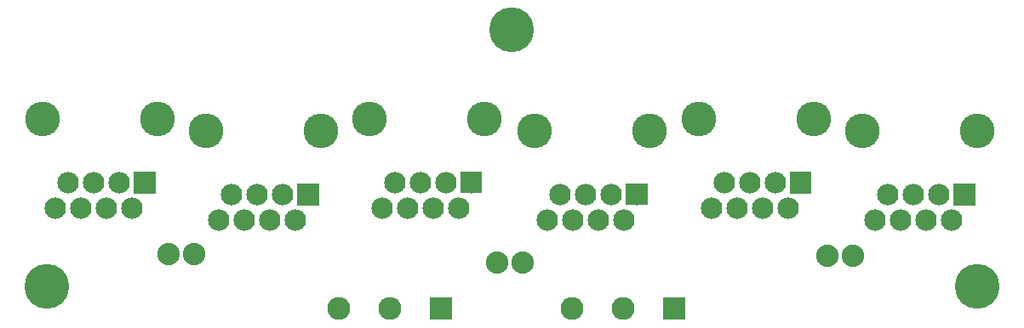
<source format=gts>
G04 MADE WITH FRITZING*
G04 WWW.FRITZING.ORG*
G04 DOUBLE SIDED*
G04 HOLES PLATED*
G04 CONTOUR ON CENTER OF CONTOUR VECTOR*
%ASAXBY*%
%FSLAX23Y23*%
%MOIN*%
%OFA0B0*%
%SFA1.0B1.0*%
%ADD10C,0.088000*%
%ADD11C,0.084000*%
%ADD12C,0.135984*%
%ADD13C,0.090000*%
%ADD14C,0.175354*%
%ADD15R,0.090000X0.090000*%
%ADD16R,0.001000X0.001000*%
%LNMASK1*%
G90*
G70*
G54D10*
X1906Y502D03*
X2006Y502D03*
X618Y534D03*
X718Y534D03*
X3198Y529D03*
X3298Y529D03*
G54D11*
X3386Y667D03*
X3436Y767D03*
X3486Y667D03*
X3586Y667D03*
X3686Y667D03*
X3536Y767D03*
X3636Y767D03*
X3736Y767D03*
G54D12*
X3786Y1017D03*
X3336Y1017D03*
G54D11*
X2743Y713D03*
X2793Y813D03*
X2843Y713D03*
X2943Y713D03*
X3043Y713D03*
X2893Y813D03*
X2993Y813D03*
X3093Y813D03*
G54D12*
X3143Y1063D03*
X2693Y1063D03*
G54D11*
X2102Y669D03*
X2152Y769D03*
X2202Y669D03*
X2302Y669D03*
X2402Y669D03*
X2252Y769D03*
X2352Y769D03*
X2452Y769D03*
G54D12*
X2502Y1019D03*
X2052Y1019D03*
G54D11*
X1453Y714D03*
X1503Y814D03*
X1553Y714D03*
X1653Y714D03*
X1753Y714D03*
X1603Y814D03*
X1703Y814D03*
X1803Y814D03*
G54D12*
X1853Y1064D03*
X1403Y1064D03*
G54D11*
X815Y667D03*
X865Y767D03*
X915Y667D03*
X1015Y667D03*
X1115Y667D03*
X965Y767D03*
X1065Y767D03*
X1165Y767D03*
G54D12*
X1215Y1017D03*
X765Y1017D03*
G54D11*
X175Y714D03*
X225Y814D03*
X275Y714D03*
X375Y714D03*
X475Y714D03*
X325Y814D03*
X425Y814D03*
X525Y814D03*
G54D12*
X575Y1064D03*
X125Y1064D03*
G54D13*
X2398Y320D03*
X2198Y320D03*
X2598Y320D03*
X1484Y320D03*
X1284Y320D03*
X1684Y320D03*
G54D14*
X3786Y406D03*
X141Y406D03*
X1962Y1414D03*
G54D15*
X2598Y320D03*
X1684Y320D03*
G54D16*
X1761Y857D02*
X1844Y857D01*
X483Y856D02*
X566Y856D01*
X1761Y856D02*
X1844Y856D01*
X3051Y856D02*
X3134Y856D01*
X483Y855D02*
X566Y855D01*
X1761Y855D02*
X1844Y855D01*
X3051Y855D02*
X3134Y855D01*
X483Y854D02*
X566Y854D01*
X1761Y854D02*
X1844Y854D01*
X3051Y854D02*
X3134Y854D01*
X483Y853D02*
X566Y853D01*
X1761Y853D02*
X1844Y853D01*
X3051Y853D02*
X3134Y853D01*
X483Y852D02*
X566Y852D01*
X1761Y852D02*
X1844Y852D01*
X3051Y852D02*
X3134Y852D01*
X483Y851D02*
X566Y851D01*
X1761Y851D02*
X1844Y851D01*
X3051Y851D02*
X3134Y851D01*
X483Y850D02*
X566Y850D01*
X1761Y850D02*
X1844Y850D01*
X3051Y850D02*
X3134Y850D01*
X483Y849D02*
X566Y849D01*
X1761Y849D02*
X1844Y849D01*
X3051Y849D02*
X3134Y849D01*
X483Y848D02*
X566Y848D01*
X1761Y848D02*
X1844Y848D01*
X3051Y848D02*
X3134Y848D01*
X483Y847D02*
X566Y847D01*
X1761Y847D02*
X1844Y847D01*
X3051Y847D02*
X3134Y847D01*
X483Y846D02*
X566Y846D01*
X1761Y846D02*
X1844Y846D01*
X3051Y846D02*
X3134Y846D01*
X483Y845D02*
X566Y845D01*
X1761Y845D02*
X1844Y845D01*
X3051Y845D02*
X3134Y845D01*
X483Y844D02*
X566Y844D01*
X1761Y844D02*
X1844Y844D01*
X3051Y844D02*
X3134Y844D01*
X483Y843D02*
X566Y843D01*
X1761Y843D02*
X1844Y843D01*
X3051Y843D02*
X3134Y843D01*
X483Y842D02*
X566Y842D01*
X1761Y842D02*
X1844Y842D01*
X3051Y842D02*
X3134Y842D01*
X483Y841D02*
X566Y841D01*
X1761Y841D02*
X1844Y841D01*
X3051Y841D02*
X3134Y841D01*
X483Y840D02*
X566Y840D01*
X1761Y840D02*
X1844Y840D01*
X3051Y840D02*
X3134Y840D01*
X483Y839D02*
X566Y839D01*
X1761Y839D02*
X1844Y839D01*
X3051Y839D02*
X3134Y839D01*
X483Y838D02*
X566Y838D01*
X1761Y838D02*
X1844Y838D01*
X3051Y838D02*
X3134Y838D01*
X483Y837D02*
X566Y837D01*
X1761Y837D02*
X1844Y837D01*
X3051Y837D02*
X3134Y837D01*
X483Y836D02*
X566Y836D01*
X1761Y836D02*
X1844Y836D01*
X3051Y836D02*
X3134Y836D01*
X483Y835D02*
X566Y835D01*
X1761Y835D02*
X1844Y835D01*
X3051Y835D02*
X3134Y835D01*
X483Y834D02*
X566Y834D01*
X1761Y834D02*
X1844Y834D01*
X3051Y834D02*
X3134Y834D01*
X483Y833D02*
X566Y833D01*
X1761Y833D02*
X1844Y833D01*
X3051Y833D02*
X3134Y833D01*
X483Y832D02*
X566Y832D01*
X1761Y832D02*
X1844Y832D01*
X3051Y832D02*
X3134Y832D01*
X483Y831D02*
X566Y831D01*
X1761Y831D02*
X1844Y831D01*
X3051Y831D02*
X3134Y831D01*
X483Y830D02*
X566Y830D01*
X1761Y830D02*
X1801Y830D01*
X1804Y830D02*
X1844Y830D01*
X3051Y830D02*
X3134Y830D01*
X483Y829D02*
X521Y829D01*
X529Y829D02*
X566Y829D01*
X1761Y829D02*
X1796Y829D01*
X1809Y829D02*
X1844Y829D01*
X3051Y829D02*
X3134Y829D01*
X483Y828D02*
X518Y828D01*
X532Y828D02*
X566Y828D01*
X1761Y828D02*
X1795Y828D01*
X1811Y828D02*
X1844Y828D01*
X3051Y828D02*
X3087Y828D01*
X3098Y828D02*
X3134Y828D01*
X483Y827D02*
X516Y827D01*
X533Y827D02*
X566Y827D01*
X1761Y827D02*
X1793Y827D01*
X1812Y827D02*
X1844Y827D01*
X3051Y827D02*
X3085Y827D01*
X3100Y827D02*
X3134Y827D01*
X483Y826D02*
X515Y826D01*
X534Y826D02*
X566Y826D01*
X1761Y826D02*
X1792Y826D01*
X1813Y826D02*
X1844Y826D01*
X3051Y826D02*
X3083Y826D01*
X3102Y826D02*
X3134Y826D01*
X483Y825D02*
X514Y825D01*
X536Y825D02*
X566Y825D01*
X1761Y825D02*
X1791Y825D01*
X1814Y825D02*
X1844Y825D01*
X3051Y825D02*
X3082Y825D01*
X3103Y825D02*
X3134Y825D01*
X483Y824D02*
X513Y824D01*
X536Y824D02*
X566Y824D01*
X1761Y824D02*
X1790Y824D01*
X1815Y824D02*
X1844Y824D01*
X3051Y824D02*
X3081Y824D01*
X3104Y824D02*
X3134Y824D01*
X483Y823D02*
X512Y823D01*
X537Y823D02*
X566Y823D01*
X1761Y823D02*
X1790Y823D01*
X1816Y823D02*
X1844Y823D01*
X3051Y823D02*
X3080Y823D01*
X3105Y823D02*
X3134Y823D01*
X483Y822D02*
X511Y822D01*
X538Y822D02*
X566Y822D01*
X1761Y822D02*
X1789Y822D01*
X1816Y822D02*
X1844Y822D01*
X3051Y822D02*
X3080Y822D01*
X3105Y822D02*
X3134Y822D01*
X483Y821D02*
X511Y821D01*
X538Y821D02*
X566Y821D01*
X1761Y821D02*
X1789Y821D01*
X1817Y821D02*
X1844Y821D01*
X3051Y821D02*
X3079Y821D01*
X3106Y821D02*
X3134Y821D01*
X483Y820D02*
X510Y820D01*
X539Y820D02*
X566Y820D01*
X1761Y820D02*
X1788Y820D01*
X1817Y820D02*
X1844Y820D01*
X3051Y820D02*
X3078Y820D01*
X3106Y820D02*
X3134Y820D01*
X483Y819D02*
X510Y819D01*
X539Y819D02*
X566Y819D01*
X1761Y819D02*
X1788Y819D01*
X1817Y819D02*
X1844Y819D01*
X3051Y819D02*
X3078Y819D01*
X3107Y819D02*
X3134Y819D01*
X483Y818D02*
X510Y818D01*
X539Y818D02*
X566Y818D01*
X1761Y818D02*
X1788Y818D01*
X1818Y818D02*
X1844Y818D01*
X3051Y818D02*
X3078Y818D01*
X3107Y818D02*
X3134Y818D01*
X483Y817D02*
X510Y817D01*
X540Y817D02*
X566Y817D01*
X1761Y817D02*
X1788Y817D01*
X1818Y817D02*
X1844Y817D01*
X3051Y817D02*
X3078Y817D01*
X3107Y817D02*
X3134Y817D01*
X483Y816D02*
X510Y816D01*
X540Y816D02*
X566Y816D01*
X1761Y816D02*
X1788Y816D01*
X1818Y816D02*
X1844Y816D01*
X3051Y816D02*
X3077Y816D01*
X3107Y816D02*
X3134Y816D01*
X483Y815D02*
X509Y815D01*
X540Y815D02*
X566Y815D01*
X1761Y815D02*
X1788Y815D01*
X1818Y815D02*
X1844Y815D01*
X3051Y815D02*
X3077Y815D01*
X3108Y815D02*
X3134Y815D01*
X483Y814D02*
X510Y814D01*
X540Y814D02*
X566Y814D01*
X1761Y814D02*
X1788Y814D01*
X1818Y814D02*
X1844Y814D01*
X3051Y814D02*
X3077Y814D01*
X3108Y814D02*
X3134Y814D01*
X483Y813D02*
X510Y813D01*
X540Y813D02*
X566Y813D01*
X1761Y813D02*
X1788Y813D01*
X1818Y813D02*
X1844Y813D01*
X3051Y813D02*
X3077Y813D01*
X3108Y813D02*
X3134Y813D01*
X483Y812D02*
X510Y812D01*
X540Y812D02*
X566Y812D01*
X1761Y812D02*
X1788Y812D01*
X1818Y812D02*
X1844Y812D01*
X3051Y812D02*
X3077Y812D01*
X3107Y812D02*
X3134Y812D01*
X483Y811D02*
X510Y811D01*
X539Y811D02*
X566Y811D01*
X1761Y811D02*
X1788Y811D01*
X1817Y811D02*
X1844Y811D01*
X2409Y811D02*
X2493Y811D01*
X3051Y811D02*
X3078Y811D01*
X3107Y811D02*
X3134Y811D01*
X483Y810D02*
X510Y810D01*
X539Y810D02*
X566Y810D01*
X1761Y810D02*
X1789Y810D01*
X1817Y810D02*
X1844Y810D01*
X2409Y810D02*
X2493Y810D01*
X3051Y810D02*
X3078Y810D01*
X3107Y810D02*
X3134Y810D01*
X483Y809D02*
X511Y809D01*
X539Y809D02*
X566Y809D01*
X1123Y809D02*
X1206Y809D01*
X1761Y809D02*
X1789Y809D01*
X1816Y809D02*
X1844Y809D01*
X2409Y809D02*
X2493Y809D01*
X3051Y809D02*
X3078Y809D01*
X3107Y809D02*
X3134Y809D01*
X3693Y809D02*
X3776Y809D01*
X483Y808D02*
X511Y808D01*
X538Y808D02*
X566Y808D01*
X1123Y808D02*
X1206Y808D01*
X1761Y808D02*
X1790Y808D01*
X1816Y808D02*
X1844Y808D01*
X2409Y808D02*
X2493Y808D01*
X3051Y808D02*
X3079Y808D01*
X3106Y808D02*
X3134Y808D01*
X3693Y808D02*
X3776Y808D01*
X483Y807D02*
X512Y807D01*
X538Y807D02*
X566Y807D01*
X1123Y807D02*
X1206Y807D01*
X1761Y807D02*
X1790Y807D01*
X1815Y807D02*
X1844Y807D01*
X2409Y807D02*
X2493Y807D01*
X3051Y807D02*
X3079Y807D01*
X3106Y807D02*
X3134Y807D01*
X3693Y807D02*
X3776Y807D01*
X483Y806D02*
X512Y806D01*
X537Y806D02*
X566Y806D01*
X1123Y806D02*
X1206Y806D01*
X1761Y806D02*
X1791Y806D01*
X1814Y806D02*
X1844Y806D01*
X2409Y806D02*
X2493Y806D01*
X3051Y806D02*
X3080Y806D01*
X3105Y806D02*
X3134Y806D01*
X3693Y806D02*
X3776Y806D01*
X483Y805D02*
X513Y805D01*
X536Y805D02*
X566Y805D01*
X1123Y805D02*
X1206Y805D01*
X1761Y805D02*
X1792Y805D01*
X1814Y805D02*
X1844Y805D01*
X2409Y805D02*
X2493Y805D01*
X3051Y805D02*
X3081Y805D01*
X3104Y805D02*
X3134Y805D01*
X3693Y805D02*
X3776Y805D01*
X483Y804D02*
X514Y804D01*
X535Y804D02*
X566Y804D01*
X1123Y804D02*
X1206Y804D01*
X1761Y804D02*
X1793Y804D01*
X1812Y804D02*
X1844Y804D01*
X2409Y804D02*
X2493Y804D01*
X3051Y804D02*
X3081Y804D01*
X3104Y804D02*
X3134Y804D01*
X3693Y804D02*
X3776Y804D01*
X483Y803D02*
X515Y803D01*
X534Y803D02*
X566Y803D01*
X1123Y803D02*
X1206Y803D01*
X1761Y803D02*
X1794Y803D01*
X1811Y803D02*
X1844Y803D01*
X2409Y803D02*
X2493Y803D01*
X3051Y803D02*
X3082Y803D01*
X3102Y803D02*
X3134Y803D01*
X3693Y803D02*
X3776Y803D01*
X483Y802D02*
X517Y802D01*
X532Y802D02*
X566Y802D01*
X1123Y802D02*
X1206Y802D01*
X1761Y802D02*
X1796Y802D01*
X1809Y802D02*
X1844Y802D01*
X2409Y802D02*
X2493Y802D01*
X3051Y802D02*
X3084Y802D01*
X3101Y802D02*
X3134Y802D01*
X3693Y802D02*
X3776Y802D01*
X483Y801D02*
X519Y801D01*
X530Y801D02*
X566Y801D01*
X1123Y801D02*
X1206Y801D01*
X1761Y801D02*
X1799Y801D01*
X1806Y801D02*
X1844Y801D01*
X2409Y801D02*
X2493Y801D01*
X3051Y801D02*
X3085Y801D01*
X3100Y801D02*
X3134Y801D01*
X3693Y801D02*
X3776Y801D01*
X483Y800D02*
X566Y800D01*
X1123Y800D02*
X1206Y800D01*
X1761Y800D02*
X1844Y800D01*
X2409Y800D02*
X2493Y800D01*
X3051Y800D02*
X3088Y800D01*
X3097Y800D02*
X3134Y800D01*
X3693Y800D02*
X3776Y800D01*
X483Y799D02*
X566Y799D01*
X1123Y799D02*
X1206Y799D01*
X1761Y799D02*
X1844Y799D01*
X2409Y799D02*
X2493Y799D01*
X3051Y799D02*
X3134Y799D01*
X3693Y799D02*
X3776Y799D01*
X483Y798D02*
X566Y798D01*
X1123Y798D02*
X1206Y798D01*
X1761Y798D02*
X1844Y798D01*
X2409Y798D02*
X2493Y798D01*
X3051Y798D02*
X3134Y798D01*
X3693Y798D02*
X3776Y798D01*
X483Y797D02*
X566Y797D01*
X1123Y797D02*
X1206Y797D01*
X1761Y797D02*
X1844Y797D01*
X2409Y797D02*
X2493Y797D01*
X3051Y797D02*
X3134Y797D01*
X3693Y797D02*
X3776Y797D01*
X483Y796D02*
X566Y796D01*
X1123Y796D02*
X1206Y796D01*
X1761Y796D02*
X1844Y796D01*
X2409Y796D02*
X2493Y796D01*
X3051Y796D02*
X3134Y796D01*
X3693Y796D02*
X3776Y796D01*
X483Y795D02*
X566Y795D01*
X1123Y795D02*
X1206Y795D01*
X1761Y795D02*
X1844Y795D01*
X2409Y795D02*
X2493Y795D01*
X3051Y795D02*
X3134Y795D01*
X3693Y795D02*
X3776Y795D01*
X483Y794D02*
X566Y794D01*
X1123Y794D02*
X1206Y794D01*
X1761Y794D02*
X1844Y794D01*
X2409Y794D02*
X2493Y794D01*
X3051Y794D02*
X3134Y794D01*
X3693Y794D02*
X3776Y794D01*
X483Y793D02*
X566Y793D01*
X1123Y793D02*
X1206Y793D01*
X1761Y793D02*
X1844Y793D01*
X2409Y793D02*
X2493Y793D01*
X3051Y793D02*
X3134Y793D01*
X3693Y793D02*
X3776Y793D01*
X483Y792D02*
X566Y792D01*
X1123Y792D02*
X1206Y792D01*
X1761Y792D02*
X1844Y792D01*
X2409Y792D02*
X2493Y792D01*
X3051Y792D02*
X3134Y792D01*
X3693Y792D02*
X3776Y792D01*
X483Y791D02*
X566Y791D01*
X1123Y791D02*
X1206Y791D01*
X1761Y791D02*
X1844Y791D01*
X2409Y791D02*
X2493Y791D01*
X3051Y791D02*
X3134Y791D01*
X3693Y791D02*
X3776Y791D01*
X483Y790D02*
X566Y790D01*
X1123Y790D02*
X1206Y790D01*
X1761Y790D02*
X1844Y790D01*
X2409Y790D02*
X2493Y790D01*
X3051Y790D02*
X3134Y790D01*
X3693Y790D02*
X3776Y790D01*
X483Y789D02*
X566Y789D01*
X1123Y789D02*
X1206Y789D01*
X1761Y789D02*
X1844Y789D01*
X2409Y789D02*
X2493Y789D01*
X3051Y789D02*
X3134Y789D01*
X3693Y789D02*
X3776Y789D01*
X483Y788D02*
X566Y788D01*
X1123Y788D02*
X1206Y788D01*
X1761Y788D02*
X1844Y788D01*
X2409Y788D02*
X2493Y788D01*
X3051Y788D02*
X3134Y788D01*
X3693Y788D02*
X3776Y788D01*
X483Y787D02*
X566Y787D01*
X1123Y787D02*
X1206Y787D01*
X1761Y787D02*
X1844Y787D01*
X2409Y787D02*
X2493Y787D01*
X3051Y787D02*
X3134Y787D01*
X3693Y787D02*
X3776Y787D01*
X483Y786D02*
X566Y786D01*
X1123Y786D02*
X1206Y786D01*
X1761Y786D02*
X1844Y786D01*
X2409Y786D02*
X2493Y786D01*
X3051Y786D02*
X3134Y786D01*
X3693Y786D02*
X3776Y786D01*
X483Y785D02*
X566Y785D01*
X1123Y785D02*
X1206Y785D01*
X1761Y785D02*
X1844Y785D01*
X2409Y785D02*
X2493Y785D01*
X3051Y785D02*
X3134Y785D01*
X3693Y785D02*
X3776Y785D01*
X483Y784D02*
X566Y784D01*
X1123Y784D02*
X1206Y784D01*
X1761Y784D02*
X1844Y784D01*
X2409Y784D02*
X2447Y784D01*
X2455Y784D02*
X2493Y784D01*
X3051Y784D02*
X3134Y784D01*
X3693Y784D02*
X3776Y784D01*
X483Y783D02*
X566Y783D01*
X1123Y783D02*
X1206Y783D01*
X1761Y783D02*
X1844Y783D01*
X2409Y783D02*
X2444Y783D01*
X2458Y783D02*
X2493Y783D01*
X3051Y783D02*
X3134Y783D01*
X3693Y783D02*
X3776Y783D01*
X483Y782D02*
X566Y782D01*
X1123Y782D02*
X1161Y782D01*
X1168Y782D02*
X1206Y782D01*
X1761Y782D02*
X1844Y782D01*
X2409Y782D02*
X2442Y782D01*
X2460Y782D02*
X2493Y782D01*
X3051Y782D02*
X3134Y782D01*
X3693Y782D02*
X3731Y782D01*
X3738Y782D02*
X3776Y782D01*
X483Y781D02*
X566Y781D01*
X1123Y781D02*
X1158Y781D01*
X1171Y781D02*
X1206Y781D01*
X1761Y781D02*
X1844Y781D01*
X2409Y781D02*
X2441Y781D01*
X2461Y781D02*
X2493Y781D01*
X3051Y781D02*
X3134Y781D01*
X3693Y781D02*
X3728Y781D01*
X3741Y781D02*
X3776Y781D01*
X483Y780D02*
X566Y780D01*
X1123Y780D02*
X1156Y780D01*
X1173Y780D02*
X1206Y780D01*
X1761Y780D02*
X1844Y780D01*
X2409Y780D02*
X2440Y780D01*
X2462Y780D02*
X2493Y780D01*
X3051Y780D02*
X3134Y780D01*
X3693Y780D02*
X3726Y780D01*
X3743Y780D02*
X3776Y780D01*
X483Y779D02*
X566Y779D01*
X1123Y779D02*
X1155Y779D01*
X1174Y779D02*
X1206Y779D01*
X1761Y779D02*
X1844Y779D01*
X2409Y779D02*
X2439Y779D01*
X2463Y779D02*
X2493Y779D01*
X3051Y779D02*
X3134Y779D01*
X3693Y779D02*
X3725Y779D01*
X3744Y779D02*
X3776Y779D01*
X483Y778D02*
X566Y778D01*
X1123Y778D02*
X1154Y778D01*
X1176Y778D02*
X1206Y778D01*
X1761Y778D02*
X1844Y778D01*
X2409Y778D02*
X2438Y778D01*
X2464Y778D02*
X2493Y778D01*
X3051Y778D02*
X3134Y778D01*
X3693Y778D02*
X3724Y778D01*
X3746Y778D02*
X3776Y778D01*
X483Y777D02*
X566Y777D01*
X1123Y777D02*
X1153Y777D01*
X1176Y777D02*
X1206Y777D01*
X1761Y777D02*
X1844Y777D01*
X2409Y777D02*
X2438Y777D01*
X2464Y777D02*
X2493Y777D01*
X3051Y777D02*
X3134Y777D01*
X3693Y777D02*
X3723Y777D01*
X3746Y777D02*
X3776Y777D01*
X483Y776D02*
X566Y776D01*
X1123Y776D02*
X1152Y776D01*
X1177Y776D02*
X1206Y776D01*
X1761Y776D02*
X1844Y776D01*
X2409Y776D02*
X2437Y776D01*
X2465Y776D02*
X2493Y776D01*
X3051Y776D02*
X3134Y776D01*
X3693Y776D02*
X3722Y776D01*
X3747Y776D02*
X3776Y776D01*
X483Y775D02*
X566Y775D01*
X1123Y775D02*
X1151Y775D01*
X1178Y775D02*
X1206Y775D01*
X1761Y775D02*
X1844Y775D01*
X2409Y775D02*
X2437Y775D01*
X2465Y775D02*
X2493Y775D01*
X3051Y775D02*
X3134Y775D01*
X3693Y775D02*
X3721Y775D01*
X3748Y775D02*
X3776Y775D01*
X483Y774D02*
X566Y774D01*
X1123Y774D02*
X1151Y774D01*
X1178Y774D02*
X1206Y774D01*
X1761Y774D02*
X1844Y774D01*
X2409Y774D02*
X2436Y774D01*
X2466Y774D02*
X2493Y774D01*
X3051Y774D02*
X3134Y774D01*
X3693Y774D02*
X3721Y774D01*
X3748Y774D02*
X3776Y774D01*
X483Y773D02*
X566Y773D01*
X1123Y773D02*
X1150Y773D01*
X1179Y773D02*
X1206Y773D01*
X2409Y773D02*
X2436Y773D01*
X2466Y773D02*
X2493Y773D01*
X3051Y773D02*
X3134Y773D01*
X3693Y773D02*
X3720Y773D01*
X3749Y773D02*
X3776Y773D01*
X1123Y772D02*
X1150Y772D01*
X1179Y772D02*
X1206Y772D01*
X2409Y772D02*
X2436Y772D01*
X2466Y772D02*
X2493Y772D01*
X3693Y772D02*
X3720Y772D01*
X3749Y772D02*
X3776Y772D01*
X1123Y771D02*
X1150Y771D01*
X1180Y771D02*
X1206Y771D01*
X2409Y771D02*
X2436Y771D01*
X2466Y771D02*
X2493Y771D01*
X3693Y771D02*
X3720Y771D01*
X3750Y771D02*
X3776Y771D01*
X1123Y770D02*
X1150Y770D01*
X1180Y770D02*
X1206Y770D01*
X2409Y770D02*
X2436Y770D01*
X2466Y770D02*
X2493Y770D01*
X3693Y770D02*
X3720Y770D01*
X3750Y770D02*
X3776Y770D01*
X1123Y769D02*
X1150Y769D01*
X1180Y769D02*
X1206Y769D01*
X2409Y769D02*
X2436Y769D01*
X2466Y769D02*
X2493Y769D01*
X3693Y769D02*
X3720Y769D01*
X3750Y769D02*
X3776Y769D01*
X1123Y768D02*
X1150Y768D01*
X1180Y768D02*
X1206Y768D01*
X2409Y768D02*
X2436Y768D01*
X2466Y768D02*
X2493Y768D01*
X3693Y768D02*
X3720Y768D01*
X3750Y768D02*
X3776Y768D01*
X1123Y767D02*
X1150Y767D01*
X1180Y767D02*
X1206Y767D01*
X2409Y767D02*
X2436Y767D01*
X2466Y767D02*
X2493Y767D01*
X3693Y767D02*
X3720Y767D01*
X3750Y767D02*
X3776Y767D01*
X1123Y766D02*
X1150Y766D01*
X1180Y766D02*
X1206Y766D01*
X2409Y766D02*
X2436Y766D01*
X2466Y766D02*
X2493Y766D01*
X3693Y766D02*
X3720Y766D01*
X3750Y766D02*
X3776Y766D01*
X1123Y765D02*
X1150Y765D01*
X1180Y765D02*
X1206Y765D01*
X2409Y765D02*
X2437Y765D01*
X2465Y765D02*
X2493Y765D01*
X3693Y765D02*
X3720Y765D01*
X3750Y765D02*
X3776Y765D01*
X1123Y764D02*
X1150Y764D01*
X1179Y764D02*
X1206Y764D01*
X2409Y764D02*
X2437Y764D01*
X2465Y764D02*
X2493Y764D01*
X3693Y764D02*
X3720Y764D01*
X3749Y764D02*
X3776Y764D01*
X1123Y763D02*
X1150Y763D01*
X1179Y763D02*
X1206Y763D01*
X2409Y763D02*
X2437Y763D01*
X2465Y763D02*
X2493Y763D01*
X3693Y763D02*
X3720Y763D01*
X3749Y763D02*
X3776Y763D01*
X1123Y762D02*
X1151Y762D01*
X1179Y762D02*
X1206Y762D01*
X2409Y762D02*
X2438Y762D01*
X2464Y762D02*
X2493Y762D01*
X3693Y762D02*
X3721Y762D01*
X3749Y762D02*
X3776Y762D01*
X1123Y761D02*
X1151Y761D01*
X1178Y761D02*
X1206Y761D01*
X2409Y761D02*
X2439Y761D01*
X2463Y761D02*
X2493Y761D01*
X3693Y761D02*
X3721Y761D01*
X3748Y761D02*
X3776Y761D01*
X1123Y760D02*
X1152Y760D01*
X1178Y760D02*
X1206Y760D01*
X2409Y760D02*
X2440Y760D01*
X2462Y760D02*
X2493Y760D01*
X3693Y760D02*
X3722Y760D01*
X3748Y760D02*
X3776Y760D01*
X1123Y759D02*
X1152Y759D01*
X1177Y759D02*
X1206Y759D01*
X2409Y759D02*
X2441Y759D01*
X2461Y759D02*
X2493Y759D01*
X3693Y759D02*
X3722Y759D01*
X3747Y759D02*
X3776Y759D01*
X1123Y758D02*
X1153Y758D01*
X1176Y758D02*
X1206Y758D01*
X2409Y758D02*
X2442Y758D01*
X2460Y758D02*
X2493Y758D01*
X3693Y758D02*
X3723Y758D01*
X3746Y758D02*
X3776Y758D01*
X1123Y757D02*
X1154Y757D01*
X1175Y757D02*
X1206Y757D01*
X2409Y757D02*
X2443Y757D01*
X2459Y757D02*
X2493Y757D01*
X3693Y757D02*
X3724Y757D01*
X3745Y757D02*
X3776Y757D01*
X1123Y756D02*
X1155Y756D01*
X1174Y756D02*
X1206Y756D01*
X2409Y756D02*
X2445Y756D01*
X2457Y756D02*
X2493Y756D01*
X3693Y756D02*
X3725Y756D01*
X3744Y756D02*
X3776Y756D01*
X1123Y755D02*
X1157Y755D01*
X1173Y755D02*
X1206Y755D01*
X2409Y755D02*
X2493Y755D01*
X3693Y755D02*
X3727Y755D01*
X3743Y755D02*
X3776Y755D01*
X1123Y754D02*
X1159Y754D01*
X1171Y754D02*
X1206Y754D01*
X2409Y754D02*
X2493Y754D01*
X3693Y754D02*
X3729Y754D01*
X3741Y754D02*
X3776Y754D01*
X1123Y753D02*
X1206Y753D01*
X2409Y753D02*
X2493Y753D01*
X3693Y753D02*
X3776Y753D01*
X1123Y752D02*
X1206Y752D01*
X2409Y752D02*
X2493Y752D01*
X3693Y752D02*
X3776Y752D01*
X1123Y751D02*
X1206Y751D01*
X2409Y751D02*
X2493Y751D01*
X3693Y751D02*
X3776Y751D01*
X1123Y750D02*
X1206Y750D01*
X2409Y750D02*
X2493Y750D01*
X3693Y750D02*
X3776Y750D01*
X1123Y749D02*
X1206Y749D01*
X2409Y749D02*
X2493Y749D01*
X3693Y749D02*
X3776Y749D01*
X1123Y748D02*
X1206Y748D01*
X2409Y748D02*
X2493Y748D01*
X3693Y748D02*
X3776Y748D01*
X1123Y747D02*
X1206Y747D01*
X2409Y747D02*
X2493Y747D01*
X3693Y747D02*
X3776Y747D01*
X1123Y746D02*
X1206Y746D01*
X2409Y746D02*
X2493Y746D01*
X3693Y746D02*
X3776Y746D01*
X1123Y745D02*
X1206Y745D01*
X2409Y745D02*
X2493Y745D01*
X3693Y745D02*
X3776Y745D01*
X1123Y744D02*
X1206Y744D01*
X2409Y744D02*
X2493Y744D01*
X3693Y744D02*
X3776Y744D01*
X1123Y743D02*
X1206Y743D01*
X2409Y743D02*
X2493Y743D01*
X3693Y743D02*
X3776Y743D01*
X1123Y742D02*
X1206Y742D01*
X2409Y742D02*
X2493Y742D01*
X3693Y742D02*
X3776Y742D01*
X1123Y741D02*
X1206Y741D01*
X2409Y741D02*
X2493Y741D01*
X3693Y741D02*
X3776Y741D01*
X1123Y740D02*
X1206Y740D01*
X2409Y740D02*
X2493Y740D01*
X3693Y740D02*
X3776Y740D01*
X1123Y739D02*
X1206Y739D01*
X2409Y739D02*
X2493Y739D01*
X3693Y739D02*
X3776Y739D01*
X1123Y738D02*
X1206Y738D01*
X2409Y738D02*
X2493Y738D01*
X3693Y738D02*
X3776Y738D01*
X1123Y737D02*
X1206Y737D01*
X2409Y737D02*
X2493Y737D01*
X3693Y737D02*
X3776Y737D01*
X1123Y736D02*
X1206Y736D01*
X2409Y736D02*
X2493Y736D01*
X3693Y736D02*
X3776Y736D01*
X1123Y735D02*
X1206Y735D01*
X2409Y735D02*
X2493Y735D01*
X3693Y735D02*
X3776Y735D01*
X1123Y734D02*
X1206Y734D01*
X2409Y734D02*
X2493Y734D01*
X3693Y734D02*
X3776Y734D01*
X1123Y733D02*
X1206Y733D01*
X2409Y733D02*
X2493Y733D01*
X3693Y733D02*
X3776Y733D01*
X1123Y732D02*
X1206Y732D01*
X2409Y732D02*
X2493Y732D01*
X3693Y732D02*
X3776Y732D01*
X1123Y731D02*
X1206Y731D01*
X2409Y731D02*
X2493Y731D01*
X3693Y731D02*
X3776Y731D01*
X1123Y730D02*
X1206Y730D01*
X2409Y730D02*
X2493Y730D01*
X3693Y730D02*
X3776Y730D01*
X1123Y729D02*
X1206Y729D01*
X2409Y729D02*
X2493Y729D01*
X3693Y729D02*
X3776Y729D01*
X1123Y728D02*
X1206Y728D01*
X2410Y728D02*
X2492Y728D01*
X3693Y728D02*
X3776Y728D01*
X1123Y727D02*
X1206Y727D01*
X3693Y727D02*
X3776Y727D01*
X1123Y726D02*
X1206Y726D01*
X3693Y726D02*
X3776Y726D01*
D02*
G04 End of Mask1*
M02*
</source>
